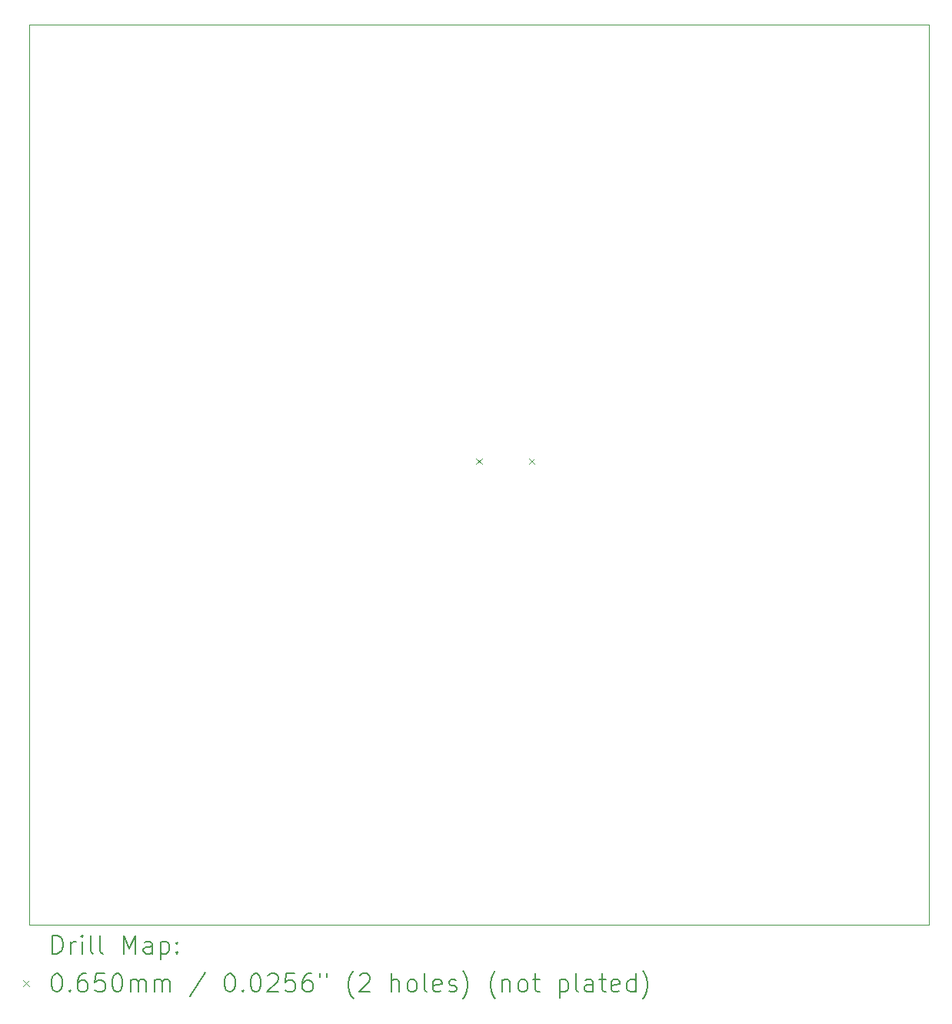
<source format=gbr>
%TF.GenerationSoftware,KiCad,Pcbnew,7.0.8*%
%TF.CreationDate,2023-10-22T22:03:32+02:00*%
%TF.ProjectId,Doodle Drive,446f6f64-6c65-4204-9472-6976652e6b69,1.0V*%
%TF.SameCoordinates,Original*%
%TF.FileFunction,Drillmap*%
%TF.FilePolarity,Positive*%
%FSLAX45Y45*%
G04 Gerber Fmt 4.5, Leading zero omitted, Abs format (unit mm)*
G04 Created by KiCad (PCBNEW 7.0.8) date 2023-10-22 22:03:32*
%MOMM*%
%LPD*%
G01*
G04 APERTURE LIST*
%ADD10C,0.100000*%
%ADD11C,0.200000*%
%ADD12C,0.065000*%
G04 APERTURE END LIST*
D10*
X4572000Y-3429000D02*
X14478000Y-3429000D01*
X14478000Y-13335000D01*
X4572000Y-13335000D01*
X4572000Y-3429000D01*
D11*
D12*
X9493750Y-8201000D02*
X9558750Y-8266000D01*
X9558750Y-8201000D02*
X9493750Y-8266000D01*
X10071750Y-8201000D02*
X10136750Y-8266000D01*
X10136750Y-8201000D02*
X10071750Y-8266000D01*
D11*
X4827777Y-13651484D02*
X4827777Y-13451484D01*
X4827777Y-13451484D02*
X4875396Y-13451484D01*
X4875396Y-13451484D02*
X4903967Y-13461008D01*
X4903967Y-13461008D02*
X4923015Y-13480055D01*
X4923015Y-13480055D02*
X4932539Y-13499103D01*
X4932539Y-13499103D02*
X4942063Y-13537198D01*
X4942063Y-13537198D02*
X4942063Y-13565769D01*
X4942063Y-13565769D02*
X4932539Y-13603865D01*
X4932539Y-13603865D02*
X4923015Y-13622912D01*
X4923015Y-13622912D02*
X4903967Y-13641960D01*
X4903967Y-13641960D02*
X4875396Y-13651484D01*
X4875396Y-13651484D02*
X4827777Y-13651484D01*
X5027777Y-13651484D02*
X5027777Y-13518150D01*
X5027777Y-13556246D02*
X5037301Y-13537198D01*
X5037301Y-13537198D02*
X5046824Y-13527674D01*
X5046824Y-13527674D02*
X5065872Y-13518150D01*
X5065872Y-13518150D02*
X5084920Y-13518150D01*
X5151586Y-13651484D02*
X5151586Y-13518150D01*
X5151586Y-13451484D02*
X5142063Y-13461008D01*
X5142063Y-13461008D02*
X5151586Y-13470531D01*
X5151586Y-13470531D02*
X5161110Y-13461008D01*
X5161110Y-13461008D02*
X5151586Y-13451484D01*
X5151586Y-13451484D02*
X5151586Y-13470531D01*
X5275396Y-13651484D02*
X5256348Y-13641960D01*
X5256348Y-13641960D02*
X5246824Y-13622912D01*
X5246824Y-13622912D02*
X5246824Y-13451484D01*
X5380158Y-13651484D02*
X5361110Y-13641960D01*
X5361110Y-13641960D02*
X5351586Y-13622912D01*
X5351586Y-13622912D02*
X5351586Y-13451484D01*
X5608729Y-13651484D02*
X5608729Y-13451484D01*
X5608729Y-13451484D02*
X5675396Y-13594341D01*
X5675396Y-13594341D02*
X5742062Y-13451484D01*
X5742062Y-13451484D02*
X5742062Y-13651484D01*
X5923015Y-13651484D02*
X5923015Y-13546722D01*
X5923015Y-13546722D02*
X5913491Y-13527674D01*
X5913491Y-13527674D02*
X5894443Y-13518150D01*
X5894443Y-13518150D02*
X5856348Y-13518150D01*
X5856348Y-13518150D02*
X5837301Y-13527674D01*
X5923015Y-13641960D02*
X5903967Y-13651484D01*
X5903967Y-13651484D02*
X5856348Y-13651484D01*
X5856348Y-13651484D02*
X5837301Y-13641960D01*
X5837301Y-13641960D02*
X5827777Y-13622912D01*
X5827777Y-13622912D02*
X5827777Y-13603865D01*
X5827777Y-13603865D02*
X5837301Y-13584817D01*
X5837301Y-13584817D02*
X5856348Y-13575293D01*
X5856348Y-13575293D02*
X5903967Y-13575293D01*
X5903967Y-13575293D02*
X5923015Y-13565769D01*
X6018253Y-13518150D02*
X6018253Y-13718150D01*
X6018253Y-13527674D02*
X6037301Y-13518150D01*
X6037301Y-13518150D02*
X6075396Y-13518150D01*
X6075396Y-13518150D02*
X6094443Y-13527674D01*
X6094443Y-13527674D02*
X6103967Y-13537198D01*
X6103967Y-13537198D02*
X6113491Y-13556246D01*
X6113491Y-13556246D02*
X6113491Y-13613388D01*
X6113491Y-13613388D02*
X6103967Y-13632436D01*
X6103967Y-13632436D02*
X6094443Y-13641960D01*
X6094443Y-13641960D02*
X6075396Y-13651484D01*
X6075396Y-13651484D02*
X6037301Y-13651484D01*
X6037301Y-13651484D02*
X6018253Y-13641960D01*
X6199205Y-13632436D02*
X6208729Y-13641960D01*
X6208729Y-13641960D02*
X6199205Y-13651484D01*
X6199205Y-13651484D02*
X6189682Y-13641960D01*
X6189682Y-13641960D02*
X6199205Y-13632436D01*
X6199205Y-13632436D02*
X6199205Y-13651484D01*
X6199205Y-13527674D02*
X6208729Y-13537198D01*
X6208729Y-13537198D02*
X6199205Y-13546722D01*
X6199205Y-13546722D02*
X6189682Y-13537198D01*
X6189682Y-13537198D02*
X6199205Y-13527674D01*
X6199205Y-13527674D02*
X6199205Y-13546722D01*
D12*
X4502000Y-13947500D02*
X4567000Y-14012500D01*
X4567000Y-13947500D02*
X4502000Y-14012500D01*
D11*
X4865872Y-13871484D02*
X4884920Y-13871484D01*
X4884920Y-13871484D02*
X4903967Y-13881008D01*
X4903967Y-13881008D02*
X4913491Y-13890531D01*
X4913491Y-13890531D02*
X4923015Y-13909579D01*
X4923015Y-13909579D02*
X4932539Y-13947674D01*
X4932539Y-13947674D02*
X4932539Y-13995293D01*
X4932539Y-13995293D02*
X4923015Y-14033388D01*
X4923015Y-14033388D02*
X4913491Y-14052436D01*
X4913491Y-14052436D02*
X4903967Y-14061960D01*
X4903967Y-14061960D02*
X4884920Y-14071484D01*
X4884920Y-14071484D02*
X4865872Y-14071484D01*
X4865872Y-14071484D02*
X4846824Y-14061960D01*
X4846824Y-14061960D02*
X4837301Y-14052436D01*
X4837301Y-14052436D02*
X4827777Y-14033388D01*
X4827777Y-14033388D02*
X4818253Y-13995293D01*
X4818253Y-13995293D02*
X4818253Y-13947674D01*
X4818253Y-13947674D02*
X4827777Y-13909579D01*
X4827777Y-13909579D02*
X4837301Y-13890531D01*
X4837301Y-13890531D02*
X4846824Y-13881008D01*
X4846824Y-13881008D02*
X4865872Y-13871484D01*
X5018253Y-14052436D02*
X5027777Y-14061960D01*
X5027777Y-14061960D02*
X5018253Y-14071484D01*
X5018253Y-14071484D02*
X5008729Y-14061960D01*
X5008729Y-14061960D02*
X5018253Y-14052436D01*
X5018253Y-14052436D02*
X5018253Y-14071484D01*
X5199205Y-13871484D02*
X5161110Y-13871484D01*
X5161110Y-13871484D02*
X5142063Y-13881008D01*
X5142063Y-13881008D02*
X5132539Y-13890531D01*
X5132539Y-13890531D02*
X5113491Y-13919103D01*
X5113491Y-13919103D02*
X5103967Y-13957198D01*
X5103967Y-13957198D02*
X5103967Y-14033388D01*
X5103967Y-14033388D02*
X5113491Y-14052436D01*
X5113491Y-14052436D02*
X5123015Y-14061960D01*
X5123015Y-14061960D02*
X5142063Y-14071484D01*
X5142063Y-14071484D02*
X5180158Y-14071484D01*
X5180158Y-14071484D02*
X5199205Y-14061960D01*
X5199205Y-14061960D02*
X5208729Y-14052436D01*
X5208729Y-14052436D02*
X5218253Y-14033388D01*
X5218253Y-14033388D02*
X5218253Y-13985769D01*
X5218253Y-13985769D02*
X5208729Y-13966722D01*
X5208729Y-13966722D02*
X5199205Y-13957198D01*
X5199205Y-13957198D02*
X5180158Y-13947674D01*
X5180158Y-13947674D02*
X5142063Y-13947674D01*
X5142063Y-13947674D02*
X5123015Y-13957198D01*
X5123015Y-13957198D02*
X5113491Y-13966722D01*
X5113491Y-13966722D02*
X5103967Y-13985769D01*
X5399205Y-13871484D02*
X5303967Y-13871484D01*
X5303967Y-13871484D02*
X5294444Y-13966722D01*
X5294444Y-13966722D02*
X5303967Y-13957198D01*
X5303967Y-13957198D02*
X5323015Y-13947674D01*
X5323015Y-13947674D02*
X5370634Y-13947674D01*
X5370634Y-13947674D02*
X5389682Y-13957198D01*
X5389682Y-13957198D02*
X5399205Y-13966722D01*
X5399205Y-13966722D02*
X5408729Y-13985769D01*
X5408729Y-13985769D02*
X5408729Y-14033388D01*
X5408729Y-14033388D02*
X5399205Y-14052436D01*
X5399205Y-14052436D02*
X5389682Y-14061960D01*
X5389682Y-14061960D02*
X5370634Y-14071484D01*
X5370634Y-14071484D02*
X5323015Y-14071484D01*
X5323015Y-14071484D02*
X5303967Y-14061960D01*
X5303967Y-14061960D02*
X5294444Y-14052436D01*
X5532539Y-13871484D02*
X5551586Y-13871484D01*
X5551586Y-13871484D02*
X5570634Y-13881008D01*
X5570634Y-13881008D02*
X5580158Y-13890531D01*
X5580158Y-13890531D02*
X5589682Y-13909579D01*
X5589682Y-13909579D02*
X5599205Y-13947674D01*
X5599205Y-13947674D02*
X5599205Y-13995293D01*
X5599205Y-13995293D02*
X5589682Y-14033388D01*
X5589682Y-14033388D02*
X5580158Y-14052436D01*
X5580158Y-14052436D02*
X5570634Y-14061960D01*
X5570634Y-14061960D02*
X5551586Y-14071484D01*
X5551586Y-14071484D02*
X5532539Y-14071484D01*
X5532539Y-14071484D02*
X5513491Y-14061960D01*
X5513491Y-14061960D02*
X5503967Y-14052436D01*
X5503967Y-14052436D02*
X5494444Y-14033388D01*
X5494444Y-14033388D02*
X5484920Y-13995293D01*
X5484920Y-13995293D02*
X5484920Y-13947674D01*
X5484920Y-13947674D02*
X5494444Y-13909579D01*
X5494444Y-13909579D02*
X5503967Y-13890531D01*
X5503967Y-13890531D02*
X5513491Y-13881008D01*
X5513491Y-13881008D02*
X5532539Y-13871484D01*
X5684920Y-14071484D02*
X5684920Y-13938150D01*
X5684920Y-13957198D02*
X5694443Y-13947674D01*
X5694443Y-13947674D02*
X5713491Y-13938150D01*
X5713491Y-13938150D02*
X5742063Y-13938150D01*
X5742063Y-13938150D02*
X5761110Y-13947674D01*
X5761110Y-13947674D02*
X5770634Y-13966722D01*
X5770634Y-13966722D02*
X5770634Y-14071484D01*
X5770634Y-13966722D02*
X5780158Y-13947674D01*
X5780158Y-13947674D02*
X5799205Y-13938150D01*
X5799205Y-13938150D02*
X5827777Y-13938150D01*
X5827777Y-13938150D02*
X5846824Y-13947674D01*
X5846824Y-13947674D02*
X5856348Y-13966722D01*
X5856348Y-13966722D02*
X5856348Y-14071484D01*
X5951586Y-14071484D02*
X5951586Y-13938150D01*
X5951586Y-13957198D02*
X5961110Y-13947674D01*
X5961110Y-13947674D02*
X5980158Y-13938150D01*
X5980158Y-13938150D02*
X6008729Y-13938150D01*
X6008729Y-13938150D02*
X6027777Y-13947674D01*
X6027777Y-13947674D02*
X6037301Y-13966722D01*
X6037301Y-13966722D02*
X6037301Y-14071484D01*
X6037301Y-13966722D02*
X6046824Y-13947674D01*
X6046824Y-13947674D02*
X6065872Y-13938150D01*
X6065872Y-13938150D02*
X6094443Y-13938150D01*
X6094443Y-13938150D02*
X6113491Y-13947674D01*
X6113491Y-13947674D02*
X6123015Y-13966722D01*
X6123015Y-13966722D02*
X6123015Y-14071484D01*
X6513491Y-13861960D02*
X6342063Y-14119103D01*
X6770634Y-13871484D02*
X6789682Y-13871484D01*
X6789682Y-13871484D02*
X6808729Y-13881008D01*
X6808729Y-13881008D02*
X6818253Y-13890531D01*
X6818253Y-13890531D02*
X6827777Y-13909579D01*
X6827777Y-13909579D02*
X6837301Y-13947674D01*
X6837301Y-13947674D02*
X6837301Y-13995293D01*
X6837301Y-13995293D02*
X6827777Y-14033388D01*
X6827777Y-14033388D02*
X6818253Y-14052436D01*
X6818253Y-14052436D02*
X6808729Y-14061960D01*
X6808729Y-14061960D02*
X6789682Y-14071484D01*
X6789682Y-14071484D02*
X6770634Y-14071484D01*
X6770634Y-14071484D02*
X6751586Y-14061960D01*
X6751586Y-14061960D02*
X6742063Y-14052436D01*
X6742063Y-14052436D02*
X6732539Y-14033388D01*
X6732539Y-14033388D02*
X6723015Y-13995293D01*
X6723015Y-13995293D02*
X6723015Y-13947674D01*
X6723015Y-13947674D02*
X6732539Y-13909579D01*
X6732539Y-13909579D02*
X6742063Y-13890531D01*
X6742063Y-13890531D02*
X6751586Y-13881008D01*
X6751586Y-13881008D02*
X6770634Y-13871484D01*
X6923015Y-14052436D02*
X6932539Y-14061960D01*
X6932539Y-14061960D02*
X6923015Y-14071484D01*
X6923015Y-14071484D02*
X6913491Y-14061960D01*
X6913491Y-14061960D02*
X6923015Y-14052436D01*
X6923015Y-14052436D02*
X6923015Y-14071484D01*
X7056348Y-13871484D02*
X7075396Y-13871484D01*
X7075396Y-13871484D02*
X7094444Y-13881008D01*
X7094444Y-13881008D02*
X7103967Y-13890531D01*
X7103967Y-13890531D02*
X7113491Y-13909579D01*
X7113491Y-13909579D02*
X7123015Y-13947674D01*
X7123015Y-13947674D02*
X7123015Y-13995293D01*
X7123015Y-13995293D02*
X7113491Y-14033388D01*
X7113491Y-14033388D02*
X7103967Y-14052436D01*
X7103967Y-14052436D02*
X7094444Y-14061960D01*
X7094444Y-14061960D02*
X7075396Y-14071484D01*
X7075396Y-14071484D02*
X7056348Y-14071484D01*
X7056348Y-14071484D02*
X7037301Y-14061960D01*
X7037301Y-14061960D02*
X7027777Y-14052436D01*
X7027777Y-14052436D02*
X7018253Y-14033388D01*
X7018253Y-14033388D02*
X7008729Y-13995293D01*
X7008729Y-13995293D02*
X7008729Y-13947674D01*
X7008729Y-13947674D02*
X7018253Y-13909579D01*
X7018253Y-13909579D02*
X7027777Y-13890531D01*
X7027777Y-13890531D02*
X7037301Y-13881008D01*
X7037301Y-13881008D02*
X7056348Y-13871484D01*
X7199206Y-13890531D02*
X7208729Y-13881008D01*
X7208729Y-13881008D02*
X7227777Y-13871484D01*
X7227777Y-13871484D02*
X7275396Y-13871484D01*
X7275396Y-13871484D02*
X7294444Y-13881008D01*
X7294444Y-13881008D02*
X7303967Y-13890531D01*
X7303967Y-13890531D02*
X7313491Y-13909579D01*
X7313491Y-13909579D02*
X7313491Y-13928627D01*
X7313491Y-13928627D02*
X7303967Y-13957198D01*
X7303967Y-13957198D02*
X7189682Y-14071484D01*
X7189682Y-14071484D02*
X7313491Y-14071484D01*
X7494444Y-13871484D02*
X7399206Y-13871484D01*
X7399206Y-13871484D02*
X7389682Y-13966722D01*
X7389682Y-13966722D02*
X7399206Y-13957198D01*
X7399206Y-13957198D02*
X7418253Y-13947674D01*
X7418253Y-13947674D02*
X7465872Y-13947674D01*
X7465872Y-13947674D02*
X7484920Y-13957198D01*
X7484920Y-13957198D02*
X7494444Y-13966722D01*
X7494444Y-13966722D02*
X7503967Y-13985769D01*
X7503967Y-13985769D02*
X7503967Y-14033388D01*
X7503967Y-14033388D02*
X7494444Y-14052436D01*
X7494444Y-14052436D02*
X7484920Y-14061960D01*
X7484920Y-14061960D02*
X7465872Y-14071484D01*
X7465872Y-14071484D02*
X7418253Y-14071484D01*
X7418253Y-14071484D02*
X7399206Y-14061960D01*
X7399206Y-14061960D02*
X7389682Y-14052436D01*
X7675396Y-13871484D02*
X7637301Y-13871484D01*
X7637301Y-13871484D02*
X7618253Y-13881008D01*
X7618253Y-13881008D02*
X7608729Y-13890531D01*
X7608729Y-13890531D02*
X7589682Y-13919103D01*
X7589682Y-13919103D02*
X7580158Y-13957198D01*
X7580158Y-13957198D02*
X7580158Y-14033388D01*
X7580158Y-14033388D02*
X7589682Y-14052436D01*
X7589682Y-14052436D02*
X7599206Y-14061960D01*
X7599206Y-14061960D02*
X7618253Y-14071484D01*
X7618253Y-14071484D02*
X7656348Y-14071484D01*
X7656348Y-14071484D02*
X7675396Y-14061960D01*
X7675396Y-14061960D02*
X7684920Y-14052436D01*
X7684920Y-14052436D02*
X7694444Y-14033388D01*
X7694444Y-14033388D02*
X7694444Y-13985769D01*
X7694444Y-13985769D02*
X7684920Y-13966722D01*
X7684920Y-13966722D02*
X7675396Y-13957198D01*
X7675396Y-13957198D02*
X7656348Y-13947674D01*
X7656348Y-13947674D02*
X7618253Y-13947674D01*
X7618253Y-13947674D02*
X7599206Y-13957198D01*
X7599206Y-13957198D02*
X7589682Y-13966722D01*
X7589682Y-13966722D02*
X7580158Y-13985769D01*
X7770634Y-13871484D02*
X7770634Y-13909579D01*
X7846825Y-13871484D02*
X7846825Y-13909579D01*
X8142063Y-14147674D02*
X8132539Y-14138150D01*
X8132539Y-14138150D02*
X8113491Y-14109579D01*
X8113491Y-14109579D02*
X8103968Y-14090531D01*
X8103968Y-14090531D02*
X8094444Y-14061960D01*
X8094444Y-14061960D02*
X8084920Y-14014341D01*
X8084920Y-14014341D02*
X8084920Y-13976246D01*
X8084920Y-13976246D02*
X8094444Y-13928627D01*
X8094444Y-13928627D02*
X8103968Y-13900055D01*
X8103968Y-13900055D02*
X8113491Y-13881008D01*
X8113491Y-13881008D02*
X8132539Y-13852436D01*
X8132539Y-13852436D02*
X8142063Y-13842912D01*
X8208729Y-13890531D02*
X8218253Y-13881008D01*
X8218253Y-13881008D02*
X8237301Y-13871484D01*
X8237301Y-13871484D02*
X8284920Y-13871484D01*
X8284920Y-13871484D02*
X8303968Y-13881008D01*
X8303968Y-13881008D02*
X8313491Y-13890531D01*
X8313491Y-13890531D02*
X8323015Y-13909579D01*
X8323015Y-13909579D02*
X8323015Y-13928627D01*
X8323015Y-13928627D02*
X8313491Y-13957198D01*
X8313491Y-13957198D02*
X8199206Y-14071484D01*
X8199206Y-14071484D02*
X8323015Y-14071484D01*
X8561111Y-14071484D02*
X8561111Y-13871484D01*
X8646825Y-14071484D02*
X8646825Y-13966722D01*
X8646825Y-13966722D02*
X8637301Y-13947674D01*
X8637301Y-13947674D02*
X8618253Y-13938150D01*
X8618253Y-13938150D02*
X8589682Y-13938150D01*
X8589682Y-13938150D02*
X8570634Y-13947674D01*
X8570634Y-13947674D02*
X8561111Y-13957198D01*
X8770634Y-14071484D02*
X8751587Y-14061960D01*
X8751587Y-14061960D02*
X8742063Y-14052436D01*
X8742063Y-14052436D02*
X8732539Y-14033388D01*
X8732539Y-14033388D02*
X8732539Y-13976246D01*
X8732539Y-13976246D02*
X8742063Y-13957198D01*
X8742063Y-13957198D02*
X8751587Y-13947674D01*
X8751587Y-13947674D02*
X8770634Y-13938150D01*
X8770634Y-13938150D02*
X8799206Y-13938150D01*
X8799206Y-13938150D02*
X8818253Y-13947674D01*
X8818253Y-13947674D02*
X8827777Y-13957198D01*
X8827777Y-13957198D02*
X8837301Y-13976246D01*
X8837301Y-13976246D02*
X8837301Y-14033388D01*
X8837301Y-14033388D02*
X8827777Y-14052436D01*
X8827777Y-14052436D02*
X8818253Y-14061960D01*
X8818253Y-14061960D02*
X8799206Y-14071484D01*
X8799206Y-14071484D02*
X8770634Y-14071484D01*
X8951587Y-14071484D02*
X8932539Y-14061960D01*
X8932539Y-14061960D02*
X8923015Y-14042912D01*
X8923015Y-14042912D02*
X8923015Y-13871484D01*
X9103968Y-14061960D02*
X9084920Y-14071484D01*
X9084920Y-14071484D02*
X9046825Y-14071484D01*
X9046825Y-14071484D02*
X9027777Y-14061960D01*
X9027777Y-14061960D02*
X9018253Y-14042912D01*
X9018253Y-14042912D02*
X9018253Y-13966722D01*
X9018253Y-13966722D02*
X9027777Y-13947674D01*
X9027777Y-13947674D02*
X9046825Y-13938150D01*
X9046825Y-13938150D02*
X9084920Y-13938150D01*
X9084920Y-13938150D02*
X9103968Y-13947674D01*
X9103968Y-13947674D02*
X9113492Y-13966722D01*
X9113492Y-13966722D02*
X9113492Y-13985769D01*
X9113492Y-13985769D02*
X9018253Y-14004817D01*
X9189682Y-14061960D02*
X9208730Y-14071484D01*
X9208730Y-14071484D02*
X9246825Y-14071484D01*
X9246825Y-14071484D02*
X9265873Y-14061960D01*
X9265873Y-14061960D02*
X9275396Y-14042912D01*
X9275396Y-14042912D02*
X9275396Y-14033388D01*
X9275396Y-14033388D02*
X9265873Y-14014341D01*
X9265873Y-14014341D02*
X9246825Y-14004817D01*
X9246825Y-14004817D02*
X9218253Y-14004817D01*
X9218253Y-14004817D02*
X9199206Y-13995293D01*
X9199206Y-13995293D02*
X9189682Y-13976246D01*
X9189682Y-13976246D02*
X9189682Y-13966722D01*
X9189682Y-13966722D02*
X9199206Y-13947674D01*
X9199206Y-13947674D02*
X9218253Y-13938150D01*
X9218253Y-13938150D02*
X9246825Y-13938150D01*
X9246825Y-13938150D02*
X9265873Y-13947674D01*
X9342063Y-14147674D02*
X9351587Y-14138150D01*
X9351587Y-14138150D02*
X9370634Y-14109579D01*
X9370634Y-14109579D02*
X9380158Y-14090531D01*
X9380158Y-14090531D02*
X9389682Y-14061960D01*
X9389682Y-14061960D02*
X9399206Y-14014341D01*
X9399206Y-14014341D02*
X9399206Y-13976246D01*
X9399206Y-13976246D02*
X9389682Y-13928627D01*
X9389682Y-13928627D02*
X9380158Y-13900055D01*
X9380158Y-13900055D02*
X9370634Y-13881008D01*
X9370634Y-13881008D02*
X9351587Y-13852436D01*
X9351587Y-13852436D02*
X9342063Y-13842912D01*
X9703968Y-14147674D02*
X9694444Y-14138150D01*
X9694444Y-14138150D02*
X9675396Y-14109579D01*
X9675396Y-14109579D02*
X9665873Y-14090531D01*
X9665873Y-14090531D02*
X9656349Y-14061960D01*
X9656349Y-14061960D02*
X9646825Y-14014341D01*
X9646825Y-14014341D02*
X9646825Y-13976246D01*
X9646825Y-13976246D02*
X9656349Y-13928627D01*
X9656349Y-13928627D02*
X9665873Y-13900055D01*
X9665873Y-13900055D02*
X9675396Y-13881008D01*
X9675396Y-13881008D02*
X9694444Y-13852436D01*
X9694444Y-13852436D02*
X9703968Y-13842912D01*
X9780158Y-13938150D02*
X9780158Y-14071484D01*
X9780158Y-13957198D02*
X9789682Y-13947674D01*
X9789682Y-13947674D02*
X9808730Y-13938150D01*
X9808730Y-13938150D02*
X9837301Y-13938150D01*
X9837301Y-13938150D02*
X9856349Y-13947674D01*
X9856349Y-13947674D02*
X9865873Y-13966722D01*
X9865873Y-13966722D02*
X9865873Y-14071484D01*
X9989682Y-14071484D02*
X9970634Y-14061960D01*
X9970634Y-14061960D02*
X9961111Y-14052436D01*
X9961111Y-14052436D02*
X9951587Y-14033388D01*
X9951587Y-14033388D02*
X9951587Y-13976246D01*
X9951587Y-13976246D02*
X9961111Y-13957198D01*
X9961111Y-13957198D02*
X9970634Y-13947674D01*
X9970634Y-13947674D02*
X9989682Y-13938150D01*
X9989682Y-13938150D02*
X10018254Y-13938150D01*
X10018254Y-13938150D02*
X10037301Y-13947674D01*
X10037301Y-13947674D02*
X10046825Y-13957198D01*
X10046825Y-13957198D02*
X10056349Y-13976246D01*
X10056349Y-13976246D02*
X10056349Y-14033388D01*
X10056349Y-14033388D02*
X10046825Y-14052436D01*
X10046825Y-14052436D02*
X10037301Y-14061960D01*
X10037301Y-14061960D02*
X10018254Y-14071484D01*
X10018254Y-14071484D02*
X9989682Y-14071484D01*
X10113492Y-13938150D02*
X10189682Y-13938150D01*
X10142063Y-13871484D02*
X10142063Y-14042912D01*
X10142063Y-14042912D02*
X10151587Y-14061960D01*
X10151587Y-14061960D02*
X10170634Y-14071484D01*
X10170634Y-14071484D02*
X10189682Y-14071484D01*
X10408730Y-13938150D02*
X10408730Y-14138150D01*
X10408730Y-13947674D02*
X10427777Y-13938150D01*
X10427777Y-13938150D02*
X10465873Y-13938150D01*
X10465873Y-13938150D02*
X10484920Y-13947674D01*
X10484920Y-13947674D02*
X10494444Y-13957198D01*
X10494444Y-13957198D02*
X10503968Y-13976246D01*
X10503968Y-13976246D02*
X10503968Y-14033388D01*
X10503968Y-14033388D02*
X10494444Y-14052436D01*
X10494444Y-14052436D02*
X10484920Y-14061960D01*
X10484920Y-14061960D02*
X10465873Y-14071484D01*
X10465873Y-14071484D02*
X10427777Y-14071484D01*
X10427777Y-14071484D02*
X10408730Y-14061960D01*
X10618254Y-14071484D02*
X10599206Y-14061960D01*
X10599206Y-14061960D02*
X10589682Y-14042912D01*
X10589682Y-14042912D02*
X10589682Y-13871484D01*
X10780158Y-14071484D02*
X10780158Y-13966722D01*
X10780158Y-13966722D02*
X10770635Y-13947674D01*
X10770635Y-13947674D02*
X10751587Y-13938150D01*
X10751587Y-13938150D02*
X10713492Y-13938150D01*
X10713492Y-13938150D02*
X10694444Y-13947674D01*
X10780158Y-14061960D02*
X10761111Y-14071484D01*
X10761111Y-14071484D02*
X10713492Y-14071484D01*
X10713492Y-14071484D02*
X10694444Y-14061960D01*
X10694444Y-14061960D02*
X10684920Y-14042912D01*
X10684920Y-14042912D02*
X10684920Y-14023865D01*
X10684920Y-14023865D02*
X10694444Y-14004817D01*
X10694444Y-14004817D02*
X10713492Y-13995293D01*
X10713492Y-13995293D02*
X10761111Y-13995293D01*
X10761111Y-13995293D02*
X10780158Y-13985769D01*
X10846825Y-13938150D02*
X10923015Y-13938150D01*
X10875396Y-13871484D02*
X10875396Y-14042912D01*
X10875396Y-14042912D02*
X10884920Y-14061960D01*
X10884920Y-14061960D02*
X10903968Y-14071484D01*
X10903968Y-14071484D02*
X10923015Y-14071484D01*
X11065873Y-14061960D02*
X11046825Y-14071484D01*
X11046825Y-14071484D02*
X11008730Y-14071484D01*
X11008730Y-14071484D02*
X10989682Y-14061960D01*
X10989682Y-14061960D02*
X10980158Y-14042912D01*
X10980158Y-14042912D02*
X10980158Y-13966722D01*
X10980158Y-13966722D02*
X10989682Y-13947674D01*
X10989682Y-13947674D02*
X11008730Y-13938150D01*
X11008730Y-13938150D02*
X11046825Y-13938150D01*
X11046825Y-13938150D02*
X11065873Y-13947674D01*
X11065873Y-13947674D02*
X11075396Y-13966722D01*
X11075396Y-13966722D02*
X11075396Y-13985769D01*
X11075396Y-13985769D02*
X10980158Y-14004817D01*
X11246825Y-14071484D02*
X11246825Y-13871484D01*
X11246825Y-14061960D02*
X11227777Y-14071484D01*
X11227777Y-14071484D02*
X11189682Y-14071484D01*
X11189682Y-14071484D02*
X11170635Y-14061960D01*
X11170635Y-14061960D02*
X11161111Y-14052436D01*
X11161111Y-14052436D02*
X11151587Y-14033388D01*
X11151587Y-14033388D02*
X11151587Y-13976246D01*
X11151587Y-13976246D02*
X11161111Y-13957198D01*
X11161111Y-13957198D02*
X11170635Y-13947674D01*
X11170635Y-13947674D02*
X11189682Y-13938150D01*
X11189682Y-13938150D02*
X11227777Y-13938150D01*
X11227777Y-13938150D02*
X11246825Y-13947674D01*
X11323015Y-14147674D02*
X11332539Y-14138150D01*
X11332539Y-14138150D02*
X11351587Y-14109579D01*
X11351587Y-14109579D02*
X11361111Y-14090531D01*
X11361111Y-14090531D02*
X11370634Y-14061960D01*
X11370634Y-14061960D02*
X11380158Y-14014341D01*
X11380158Y-14014341D02*
X11380158Y-13976246D01*
X11380158Y-13976246D02*
X11370634Y-13928627D01*
X11370634Y-13928627D02*
X11361111Y-13900055D01*
X11361111Y-13900055D02*
X11351587Y-13881008D01*
X11351587Y-13881008D02*
X11332539Y-13852436D01*
X11332539Y-13852436D02*
X11323015Y-13842912D01*
M02*

</source>
